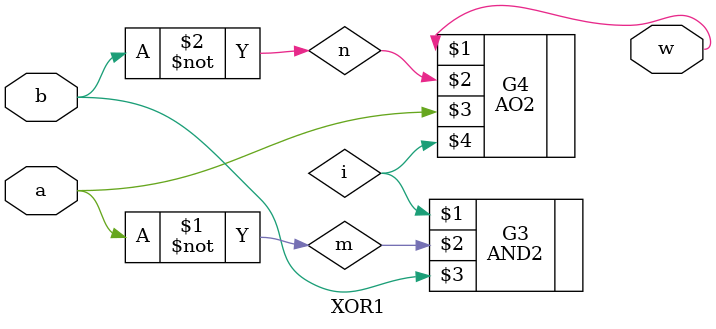
<source format=v>
`timescale 1ns/1ns
module XOR1(input a , b , output w);
  wire m ,n , i , j;
  not #(5,7) G1(m,a);
  not #(5,7) G2(n,b);
  AND2 #(13,17) G3(i,m,b);
  AO2 #(19,17) G4(w,n,a,i);
endmodule 
</source>
